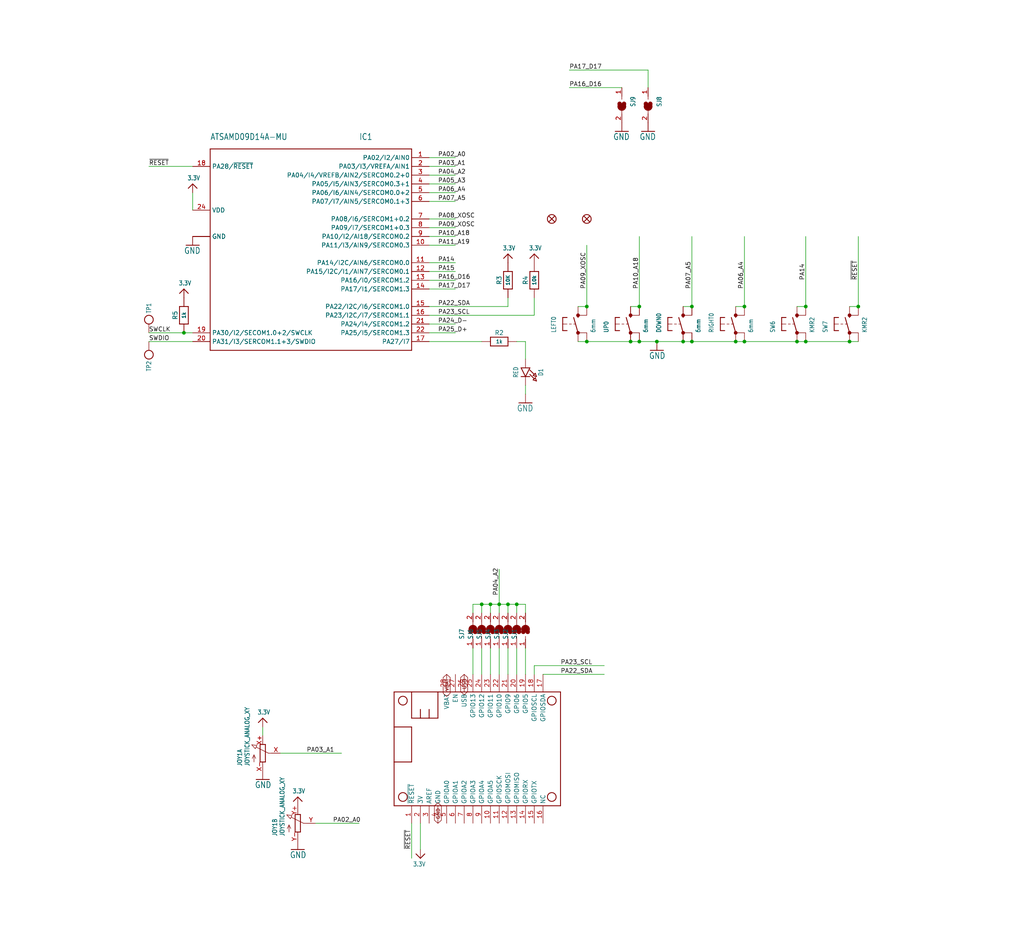
<source format=kicad_sch>
(kicad_sch (version 20230121) (generator eeschema)
  (paper "User" 297.002 271.45)
  (lib_symbols
    (symbol "working-eagle-import:3.3V" (power)
      (property "Value" "3.3V" (at -1.524 1.016 0))
      (symbol "3.3V_1_0"
        (polyline (pts (xy -1.27 -1.27) (xy 0 0)) (stroke (width 0.254)))
        (polyline (pts (xy 0 0) (xy 1.27 -1.27)) (stroke (width 0.254)))
        (pin power_in line (at 0 -2.54 90) (length 2.54) (name "3.3V") (number "1"))
      )
    )
    (symbol "working-eagle-import:ATSAMD09D14A-MU"
      (property "Reference" "IC" (at 12.7 33.02 0))
      (symbol "ATSAMD09D14A-MU_1_0"
        (polyline (pts (xy -30.48 -27.94) (xy -30.48 30.48)) (stroke (width 0.254)))
        (polyline (pts (xy -30.48 30.48) (xy 27.94 30.48)) (stroke (width 0.254)))
        (polyline (pts (xy 27.94 -27.94) (xy -30.48 -27.94)) (stroke (width 0.254)))
        (polyline (pts (xy 27.94 30.48) (xy 27.94 -27.94)) (stroke (width 0.254)))
        (pin bidirectional line (at 33.02 27.94 180) (length 5.08) (name "PA02/I2/AIN0") (number "1"))
        (pin bidirectional line (at 33.02 2.54 180) (length 5.08) (name "PA11/I3/AIN9/SERCOM0.3") (number "10"))
        (pin bidirectional line (at 33.02 -2.54 180) (length 5.08) (name "PA14/I2C/AIN6/SERCOM0.0") (number "11"))
        (pin bidirectional line (at 33.02 -5.08 180) (length 5.08) (name "PA15/I2C/I1/AIN7/SERCOM0.1") (number "12"))
        (pin bidirectional line (at 33.02 -7.62 180) (length 5.08) (name "PA16/I0/SERCOM1.2") (number "13"))
        (pin bidirectional line (at 33.02 -10.16 180) (length 5.08) (name "PA17/I1/SERCOM1.3") (number "14"))
        (pin bidirectional line (at 33.02 -15.24 180) (length 5.08) (name "PA22/I2C/I6/SERCOM1.0") (number "15"))
        (pin bidirectional line (at 33.02 -17.78 180) (length 5.08) (name "PA23/I2C/I7/SERCOM1.1") (number "16"))
        (pin bidirectional line (at 33.02 -25.4 180) (length 5.08) (name "PA27/I7") (number "17"))
        (pin bidirectional line (at -35.56 25.4 0) (length 5.08) (name "PA28/~{RESET}") (number "18"))
        (pin bidirectional line (at -35.56 -22.86 0) (length 5.08) (name "PA30/I2/SECOM1.0+2/SWCLK") (number "19"))
        (pin bidirectional line (at 33.02 25.4 180) (length 5.08) (name "PA03/I3/VREFA/AIN1") (number "2"))
        (pin bidirectional line (at -35.56 -25.4 0) (length 5.08) (name "PA31/I3/SERCOM1.1+3/SWDIO") (number "20"))
        (pin bidirectional line (at 33.02 -20.32 180) (length 5.08) (name "PA24/I4/SERCOM1.2") (number "21"))
        (pin bidirectional line (at 33.02 -22.86 180) (length 5.08) (name "PA25/I5/SERCOM1.3") (number "22"))
        (pin power_in line (at -35.56 5.08 0) (length 5.08) (name "GND") (number "23"))
        (pin power_in line (at -35.56 12.7 0) (length 5.08) (name "VDD") (number "24"))
        (pin bidirectional line (at 33.02 22.86 180) (length 5.08) (name "PA04/I4/VREFB/AIN2/SERCOM0.2+0") (number "3"))
        (pin bidirectional line (at 33.02 20.32 180) (length 5.08) (name "PA05/I5/AIN3/SERCOM0.3+1") (number "4"))
        (pin bidirectional line (at 33.02 17.78 180) (length 5.08) (name "PA06/I6/AIN4/SERCOM0.0+2") (number "5"))
        (pin bidirectional line (at 33.02 15.24 180) (length 5.08) (name "PA07/I7/AIN5/SERCOM0.1+3") (number "6"))
        (pin bidirectional line (at 33.02 10.16 180) (length 5.08) (name "PA08/I6/SERCOM1+0.2") (number "7"))
        (pin bidirectional line (at 33.02 7.62 180) (length 5.08) (name "PA09/I7/SERCOM1+0.3") (number "8"))
        (pin bidirectional line (at 33.02 5.08 180) (length 5.08) (name "PA10/I2/AI18/SERCOM0.2") (number "9"))
        (pin power_in line (at -35.56 5.08 0) (length 5.08) (name "GND") (number "THERM"))
      )
    )
    (symbol "working-eagle-import:FEATHERWING"
      (symbol "FEATHERWING_1_0"
        (polyline (pts (xy 0 0) (xy 48.26 0)) (stroke (width 0.254)))
        (polyline (pts (xy 0 12.7) (xy 0 0)) (stroke (width 0.254)))
        (polyline (pts (xy 0 22.86) (xy 0 12.7)) (stroke (width 0.254)))
        (polyline (pts (xy 0 22.86) (xy 5.08 22.86)) (stroke (width 0.254)))
        (polyline (pts (xy 0 33.02) (xy 0 22.86)) (stroke (width 0.254)))
        (polyline (pts (xy 5.08 12.7) (xy 0 12.7)) (stroke (width 0.254)))
        (polyline (pts (xy 5.08 22.86) (xy 5.08 12.7)) (stroke (width 0.254)))
        (polyline (pts (xy 5.08 25.4) (xy 7.62 25.4)) (stroke (width 0.254)))
        (polyline (pts (xy 5.08 33.02) (xy 0 33.02)) (stroke (width 0.254)))
        (polyline (pts (xy 5.08 33.02) (xy 5.08 25.4)) (stroke (width 0.254)))
        (polyline (pts (xy 7.62 25.4) (xy 10.16 25.4)) (stroke (width 0.254)))
        (polyline (pts (xy 7.62 27.94) (xy 7.62 25.4)) (stroke (width 0.254)))
        (polyline (pts (xy 10.16 25.4) (xy 12.7 25.4)) (stroke (width 0.254)))
        (polyline (pts (xy 10.16 27.94) (xy 10.16 25.4)) (stroke (width 0.254)))
        (polyline (pts (xy 12.7 25.4) (xy 12.7 33.02)) (stroke (width 0.254)))
        (polyline (pts (xy 12.7 33.02) (xy 5.08 33.02)) (stroke (width 0.254)))
        (polyline (pts (xy 48.26 0) (xy 48.26 33.02)) (stroke (width 0.254)))
        (polyline (pts (xy 48.26 33.02) (xy 12.7 33.02)) (stroke (width 0.254)))
        (circle (center 2.54 2.54) (radius 1.27) (stroke (width 0.254)))
        (circle (center 2.54 30.48) (radius 1.27) (stroke (width 0.254)))
        (circle (center 45.72 2.54) (radius 1.27) (stroke (width 0.254)))
        (circle (center 45.72 30.48) (radius 1.27) (stroke (width 0.254)))
        (pin input line (at 5.08 -5.08 90) (length 5.08) (name "~{RESET}") (number "1"))
        (pin bidirectional line (at 27.94 -5.08 90) (length 5.08) (name "GPIOA5") (number "10"))
        (pin bidirectional line (at 30.48 -5.08 90) (length 5.08) (name "GPIOSCK") (number "11"))
        (pin bidirectional line (at 33.02 -5.08 90) (length 5.08) (name "GPIOMOSI") (number "12"))
        (pin bidirectional line (at 35.56 -5.08 90) (length 5.08) (name "GPIOMISO") (number "13"))
        (pin bidirectional line (at 38.1 -5.08 90) (length 5.08) (name "GPIORX") (number "14"))
        (pin bidirectional line (at 40.64 -5.08 90) (length 5.08) (name "GPIOTX") (number "15"))
        (pin passive line (at 43.18 -5.08 90) (length 5.08) (name "NC") (number "16"))
        (pin bidirectional line (at 43.18 38.1 270) (length 5.08) (name "GPIOSDA") (number "17"))
        (pin bidirectional line (at 40.64 38.1 270) (length 5.08) (name "GPIOSCL") (number "18"))
        (pin bidirectional line (at 38.1 38.1 270) (length 5.08) (name "GPIO5") (number "19"))
        (pin power_in line (at 7.62 -5.08 90) (length 5.08) (name "3V") (number "2"))
        (pin bidirectional line (at 35.56 38.1 270) (length 5.08) (name "GPIO6") (number "20"))
        (pin bidirectional line (at 33.02 38.1 270) (length 5.08) (name "GPIO9") (number "21"))
        (pin bidirectional line (at 30.48 38.1 270) (length 5.08) (name "GPIO10") (number "22"))
        (pin bidirectional line (at 27.94 38.1 270) (length 5.08) (name "GPIO11") (number "23"))
        (pin bidirectional line (at 25.4 38.1 270) (length 5.08) (name "GPIO12") (number "24"))
        (pin bidirectional line (at 22.86 38.1 270) (length 5.08) (name "GPIO13") (number "25"))
        (pin power_in line (at 20.32 38.1 270) (length 5.08) (name "USB") (number "26"))
        (pin passive line (at 17.78 38.1 270) (length 5.08) (name "EN") (number "27"))
        (pin power_in line (at 15.24 38.1 270) (length 5.08) (name "VBAT") (number "28"))
        (pin passive line (at 10.16 -5.08 90) (length 5.08) (name "AREF") (number "3"))
        (pin power_in line (at 12.7 -5.08 90) (length 5.08) (name "GND") (number "4"))
        (pin bidirectional line (at 15.24 -5.08 90) (length 5.08) (name "GPIOA0") (number "5"))
        (pin bidirectional line (at 17.78 -5.08 90) (length 5.08) (name "GPIOA1") (number "6"))
        (pin bidirectional line (at 20.32 -5.08 90) (length 5.08) (name "GPIOA2") (number "7"))
        (pin bidirectional line (at 22.86 -5.08 90) (length 5.08) (name "GPIOA3") (number "8"))
        (pin bidirectional line (at 25.4 -5.08 90) (length 5.08) (name "GPIOA4") (number "9"))
      )
    )
    (symbol "working-eagle-import:FIDUCIAL_1MM"
      (symbol "FIDUCIAL_1MM_1_0"
        (polyline (pts (xy -0.762 0.762) (xy 0.762 -0.762)) (stroke (width 0.254)))
        (polyline (pts (xy 0.762 0.762) (xy -0.762 -0.762)) (stroke (width 0.254)))
        (circle (center 0 0) (radius 1.27) (stroke (width 0.254)))
      )
    )
    (symbol "working-eagle-import:GND" (power)
      (property "Value" "GND" (at -2.54 -2.54 0))
      (symbol "GND_1_0"
        (polyline (pts (xy -1.905 0) (xy 1.905 0)) (stroke (width 0.254)))
        (pin power_in line (at 0 2.54 270) (length 2.54) (name "GND") (number "1"))
      )
    )
    (symbol "working-eagle-import:JOYSTICK_ANALOG_XY"
      (property "Reference" "JOY" (at -5.969 -3.81 90))
      (symbol "JOYSTICK_ANALOG_XY_1_0"
        (polyline (pts (xy -3.1989 2.4495) (xy -1.7018 2.2352)) (stroke (width 0.1524)))
        (polyline (pts (xy -2.54 -2.54) (xy -2.54 -0.508)) (stroke (width 0.1524)))
        (polyline (pts (xy -2.54 -0.508) (xy -3.048 -1.524)) (stroke (width 0.1524)))
        (polyline (pts (xy -2.54 -0.508) (xy -2.032 -1.524)) (stroke (width 0.1524)))
        (polyline (pts (xy -2.1597 1.2939) (xy -3.1989 2.4495)) (stroke (width 0.1524)))
        (polyline (pts (xy -2.1597 1.2939) (xy -1.7018 2.2352)) (stroke (width 0.1524)))
        (polyline (pts (xy -0.762 -2.54) (xy 0.762 -2.54)) (stroke (width 0.254)))
        (polyline (pts (xy -0.762 2.54) (xy -0.762 -2.54)) (stroke (width 0.254)))
        (polyline (pts (xy 0.762 -2.54) (xy 0.762 2.54)) (stroke (width 0.254)))
        (polyline (pts (xy 0.762 2.54) (xy -0.762 2.54)) (stroke (width 0.254)))
        (polyline (pts (xy 1.651 0) (xy -1.8796 1.7526)) (stroke (width 0.1524)))
        (polyline (pts (xy 2.54 0) (xy 1.651 0)) (stroke (width 0.1524)))
        (pin passive line (at 5.08 0 180) (length 2.54) (name "S") (number "X"))
        (pin passive line (at 0 5.08 270) (length 2.54) (name "E") (number "X+"))
        (pin passive line (at 0 -5.08 90) (length 2.54) (name "A") (number "X-"))
      )
      (symbol "JOYSTICK_ANALOG_XY_2_0"
        (polyline (pts (xy -3.1989 2.4495) (xy -1.7018 2.2352)) (stroke (width 0.1524)))
        (polyline (pts (xy -2.54 -2.54) (xy -2.54 -0.508)) (stroke (width 0.1524)))
        (polyline (pts (xy -2.54 -0.508) (xy -3.048 -1.524)) (stroke (width 0.1524)))
        (polyline (pts (xy -2.54 -0.508) (xy -2.032 -1.524)) (stroke (width 0.1524)))
        (polyline (pts (xy -2.1597 1.2939) (xy -3.1989 2.4495)) (stroke (width 0.1524)))
        (polyline (pts (xy -2.1597 1.2939) (xy -1.7018 2.2352)) (stroke (width 0.1524)))
        (polyline (pts (xy -0.762 -2.54) (xy 0.762 -2.54)) (stroke (width 0.254)))
        (polyline (pts (xy -0.762 2.54) (xy -0.762 -2.54)) (stroke (width 0.254)))
        (polyline (pts (xy 0.762 -2.54) (xy 0.762 2.54)) (stroke (width 0.254)))
        (polyline (pts (xy 0.762 2.54) (xy -0.762 2.54)) (stroke (width 0.254)))
        (polyline (pts (xy 1.651 0) (xy -1.8796 1.7526)) (stroke (width 0.1524)))
        (polyline (pts (xy 2.54 0) (xy 1.651 0)) (stroke (width 0.1524)))
        (pin passive line (at 5.08 0 180) (length 2.54) (name "S") (number "Y"))
        (pin passive line (at 0 5.08 270) (length 2.54) (name "E") (number "Y+"))
        (pin passive line (at 0 -5.08 90) (length 2.54) (name "A") (number "Y-"))
      )
    )
    (symbol "working-eagle-import:LED0805_NOOUTLINE"
      (property "Reference" "D" (at -1.27 4.445 0))
      (symbol "LED0805_NOOUTLINE_1_0"
        (polyline (pts (xy -2.54 -1.27) (xy 0 0)) (stroke (width 0.254)))
        (polyline (pts (xy -2.54 1.27) (xy -2.54 -1.27)) (stroke (width 0.254)))
        (polyline (pts (xy -1.905 1.27) (xy -0.635 2.54)) (stroke (width 0.254)))
        (polyline (pts (xy -0.9525 2.8575) (xy -0.3175 2.2225)) (stroke (width 0.254)))
        (polyline (pts (xy -0.635 1.27) (xy 0.635 2.54)) (stroke (width 0.254)))
        (polyline (pts (xy -0.3175 2.2225) (xy 0 3.175)) (stroke (width 0.254)))
        (polyline (pts (xy 0 0) (xy -2.54 1.27)) (stroke (width 0.254)))
        (polyline (pts (xy 0 0) (xy 0 -1.27)) (stroke (width 0.254)))
        (polyline (pts (xy 0 1.27) (xy 0 0)) (stroke (width 0.254)))
        (polyline (pts (xy 0 3.175) (xy -0.9525 2.8575)) (stroke (width 0.254)))
        (polyline (pts (xy 0.3175 2.8575) (xy 0.9525 2.2225)) (stroke (width 0.254)))
        (polyline (pts (xy 0.9525 2.2225) (xy 1.27 3.175)) (stroke (width 0.254)))
        (polyline (pts (xy 1.27 3.175) (xy 0.3175 2.8575)) (stroke (width 0.254)))
        (pin passive line (at -5.08 0 0) (length 2.54) (name "A") (number "A"))
        (pin passive line (at 2.54 0 180) (length 2.54) (name "C") (number "C"))
      )
    )
    (symbol "working-eagle-import:RESISTOR_0603_NOOUT"
      (property "Reference" "R" (at 0 2.54 0))
      (symbol "RESISTOR_0603_NOOUT_1_0"
        (polyline (pts (xy -2.54 -1.27) (xy -2.54 1.27)) (stroke (width 0.254)))
        (polyline (pts (xy -2.54 1.27) (xy 2.54 1.27)) (stroke (width 0.254)))
        (polyline (pts (xy 2.54 -1.27) (xy -2.54 -1.27)) (stroke (width 0.254)))
        (polyline (pts (xy 2.54 1.27) (xy 2.54 -1.27)) (stroke (width 0.254)))
        (pin passive line (at -5.08 0 0) (length 2.54) (name "1") (number "1"))
        (pin passive line (at 5.08 0 180) (length 2.54) (name "2") (number "2"))
      )
    )
    (symbol "working-eagle-import:SOLDERJUMPER"
      (property "Reference" "SJ" (at -2.54 2.54 0))
      (symbol "SOLDERJUMPER_1_0"
        (arc (start -0.381 -0.635) (mid 0.2541 -0.0001) (end -0.3808 0.635) (stroke (width 1.27)))
        (polyline (pts (xy -2.54 0) (xy -1.651 0)) (stroke (width 0.1524)))
        (polyline (pts (xy 2.54 0) (xy 1.651 0)) (stroke (width 0.1524)))
        (arc (start 0.3808 -0.635) (mid 1.0132 -0.0001) (end 0.381 0.635) (stroke (width 1.27)))
        (pin passive line (at -5.08 0 0) (length 2.54) (name "1") (number "1"))
        (pin passive line (at 5.08 0 180) (length 2.54) (name "2") (number "2"))
      )
    )
    (symbol "working-eagle-import:SWITCH_TACT_SMT4.6X2.8"
      (property "Reference" "SW" (at -2.54 6.35 0))
      (symbol "SWITCH_TACT_SMT4.6X2.8_1_0"
        (circle (center -2.54 0) (radius 0.127) (stroke (width 0.4064)))
        (polyline (pts (xy -2.54 -2.54) (xy -2.54 0)) (stroke (width 0.1524)))
        (polyline (pts (xy -2.54 0) (xy 1.905 1.27)) (stroke (width 0.254)))
        (polyline (pts (xy -1.905 4.445) (xy -1.905 3.175)) (stroke (width 0.254)))
        (polyline (pts (xy 0 1.27) (xy 0 0.635)) (stroke (width 0.1524)))
        (polyline (pts (xy 0 2.54) (xy 0 1.905)) (stroke (width 0.1524)))
        (polyline (pts (xy 0 4.445) (xy -1.905 4.445)) (stroke (width 0.254)))
        (polyline (pts (xy 0 4.445) (xy 0 3.175)) (stroke (width 0.1524)))
        (polyline (pts (xy 1.905 0) (xy 2.54 0)) (stroke (width 0.254)))
        (polyline (pts (xy 1.905 4.445) (xy 0 4.445)) (stroke (width 0.254)))
        (polyline (pts (xy 1.905 4.445) (xy 1.905 3.175)) (stroke (width 0.254)))
        (polyline (pts (xy 2.54 -2.54) (xy 2.54 0)) (stroke (width 0.1524)))
        (circle (center 2.54 0) (radius 0.127) (stroke (width 0.4064)))
        (pin passive line (at -5.08 0 0) (length 2.54) (name "P") (number "A"))
        (pin passive line (at -5.08 -2.54 0) (length 2.54) (name "P1") (number "A'"))
        (pin passive line (at 5.08 0 180) (length 2.54) (name "S") (number "B"))
        (pin passive line (at 5.08 -2.54 180) (length 2.54) (name "S1") (number "B'"))
      )
    )
    (symbol "working-eagle-import:SWITCH_TACT_SMT_EVQQ2_SMALL"
      (property "Reference" "SW" (at -2.54 6.35 0))
      (symbol "SWITCH_TACT_SMT_EVQQ2_SMALL_1_0"
        (circle (center -2.54 0) (radius 0.127) (stroke (width 0.4064)))
        (polyline (pts (xy -2.54 -2.54) (xy -2.54 0)) (stroke (width 0.1524)))
        (polyline (pts (xy -2.54 0) (xy 1.905 1.27)) (stroke (width 0.254)))
        (polyline (pts (xy -1.905 4.445) (xy -1.905 3.175)) (stroke (width 0.254)))
        (polyline (pts (xy 0 1.27) (xy 0 0.635)) (stroke (width 0.1524)))
        (polyline (pts (xy 0 2.54) (xy 0 1.905)) (stroke (width 0.1524)))
        (polyline (pts (xy 0 4.445) (xy -1.905 4.445)) (stroke (width 0.254)))
        (polyline (pts (xy 0 4.445) (xy 0 3.175)) (stroke (width 0.1524)))
        (polyline (pts (xy 1.905 0) (xy 2.54 0)) (stroke (width 0.254)))
        (polyline (pts (xy 1.905 4.445) (xy 0 4.445)) (stroke (width 0.254)))
        (polyline (pts (xy 1.905 4.445) (xy 1.905 3.175)) (stroke (width 0.254)))
        (polyline (pts (xy 2.54 -2.54) (xy 2.54 0)) (stroke (width 0.1524)))
        (circle (center 2.54 0) (radius 0.127) (stroke (width 0.4064)))
        (pin passive line (at -5.08 0 0) (length 2.54) (name "P") (number "A"))
        (pin passive line (at -5.08 -2.54 0) (length 2.54) (name "P1") (number "A'"))
        (pin passive line (at 5.08 0 180) (length 2.54) (name "S") (number "B"))
        (pin passive line (at 5.08 -2.54 180) (length 2.54) (name "S1") (number "B'"))
      )
    )
    (symbol "working-eagle-import:TESTPOINTROUND2MM"
      (property "Reference" "TP" (at 0 5.588 90))
      (symbol "TESTPOINTROUND2MM_1_0"
        (circle (center 0 3.81) (radius 1.27) (stroke (width 0.254)))
        (pin bidirectional line (at 0 0 90) (length 2.54) (name "P$1") (number "P$1"))
      )
    )
  )
  (junction (at 198.12 99.06))
  (junction (at 215.9 88.9))
  (junction (at 248.92 88.9))
  (junction (at 170.18 88.9))
  (junction (at 190.5 99.06))
  (junction (at 142.24 175.26))
  (junction (at 144.78 175.26))
  (junction (at 139.7 175.26))
  (junction (at 170.18 99.06))
  (junction (at 149.86 175.26))
  (junction (at 213.36 99.06))
  (junction (at 185.42 99.06))
  (junction (at 185.42 88.9))
  (junction (at 147.32 175.26))
  (junction (at 231.14 99.06))
  (junction (at 182.88 99.06))
  (junction (at 233.68 99.06))
  (junction (at 200.66 88.9))
  (junction (at 246.38 99.06))
  (junction (at 200.66 99.06))
  (junction (at 53.34 96.52))
  (junction (at 233.68 88.9))
  (junction (at 215.9 99.06))
  (wire (pts (xy 124.46 68.58) (xy 132.08 68.58)) (stroke (width 0.1524)))
  (wire (pts (xy 137.16 175.26) (xy 137.16 177.8)) (stroke (width 0.1524)))
  (wire (pts (xy 170.18 88.9) (xy 167.64 88.9)) (stroke (width 0.1524)))
  (wire (pts (xy 55.88 55.88) (xy 55.88 60.96)) (stroke (width 0.1524)))
  (wire (pts (xy 154.94 195.58) (xy 154.94 193.04)) (stroke (width 0.1524)))
  (wire (pts (xy 233.68 88.9) (xy 233.68 68.58)) (stroke (width 0.1524)))
  (wire (pts (xy 139.7 177.8) (xy 139.7 175.26)) (stroke (width 0.1524)))
  (wire (pts (xy 81.28 218.44) (xy 99.06 218.44)) (stroke (width 0.1524)))
  (wire (pts (xy 147.32 187.96) (xy 147.32 195.58)) (stroke (width 0.1524)))
  (wire (pts (xy 124.46 76.2) (xy 132.08 76.2)) (stroke (width 0.1524)))
  (wire (pts (xy 147.32 175.26) (xy 144.78 175.26)) (stroke (width 0.1524)))
  (wire (pts (xy 124.46 45.72) (xy 132.08 45.72)) (stroke (width 0.1524)))
  (wire (pts (xy 142.24 175.26) (xy 142.24 177.8)) (stroke (width 0.1524)))
  (wire (pts (xy 233.68 99.06) (xy 231.14 99.06)) (stroke (width 0.1524)))
  (wire (pts (xy 53.34 96.52) (xy 55.88 96.52)) (stroke (width 0.1524)))
  (wire (pts (xy 137.16 187.96) (xy 137.16 195.58)) (stroke (width 0.1524)))
  (wire (pts (xy 55.88 99.06) (xy 43.18 99.06)) (stroke (width 0.1524)))
  (wire (pts (xy 144.78 175.26) (xy 142.24 175.26)) (stroke (width 0.1524)))
  (wire (pts (xy 165.1 20.32) (xy 187.96 20.32)) (stroke (width 0.1524)))
  (wire (pts (xy 152.4 175.26) (xy 149.86 175.26)) (stroke (width 0.1524)))
  (wire (pts (xy 157.48 195.58) (xy 175.26 195.58)) (stroke (width 0.1524)))
  (wire (pts (xy 132.08 48.26) (xy 124.46 48.26)) (stroke (width 0.1524)))
  (wire (pts (xy 91.44 238.76) (xy 104.14 238.76)) (stroke (width 0.1524)))
  (wire (pts (xy 147.32 86.36) (xy 147.32 88.9)) (stroke (width 0.1524)))
  (wire (pts (xy 144.78 187.96) (xy 144.78 195.58)) (stroke (width 0.1524)))
  (wire (pts (xy 43.18 96.52) (xy 53.34 96.52)) (stroke (width 0.1524)))
  (wire (pts (xy 154.94 91.44) (xy 154.94 86.36)) (stroke (width 0.1524)))
  (wire (pts (xy 200.66 88.9) (xy 200.66 68.58)) (stroke (width 0.1524)))
  (wire (pts (xy 248.92 99.06) (xy 246.38 99.06)) (stroke (width 0.1524)))
  (wire (pts (xy 142.24 175.26) (xy 139.7 175.26)) (stroke (width 0.1524)))
  (wire (pts (xy 119.38 238.76) (xy 119.38 248.92)) (stroke (width 0.1524)))
  (wire (pts (xy 200.66 99.06) (xy 213.36 99.06)) (stroke (width 0.1524)))
  (wire (pts (xy 248.92 88.9) (xy 246.38 88.9)) (stroke (width 0.1524)))
  (wire (pts (xy 55.88 48.26) (xy 43.18 48.26)) (stroke (width 0.1524)))
  (wire (pts (xy 149.86 175.26) (xy 147.32 175.26)) (stroke (width 0.1524)))
  (wire (pts (xy 142.24 187.96) (xy 142.24 195.58)) (stroke (width 0.1524)))
  (wire (pts (xy 182.88 99.06) (xy 185.42 99.06)) (stroke (width 0.1524)))
  (wire (pts (xy 139.7 175.26) (xy 137.16 175.26)) (stroke (width 0.1524)))
  (wire (pts (xy 147.32 175.26) (xy 147.32 177.8)) (stroke (width 0.1524)))
  (wire (pts (xy 132.08 96.52) (xy 124.46 96.52)) (stroke (width 0.1524)))
  (wire (pts (xy 152.4 177.8) (xy 152.4 175.26)) (stroke (width 0.1524)))
  (wire (pts (xy 121.92 246.38) (xy 121.92 238.76)) (stroke (width 0.1524)))
  (wire (pts (xy 139.7 99.06) (xy 124.46 99.06)) (stroke (width 0.1524)))
  (wire (pts (xy 246.38 99.06) (xy 233.68 99.06)) (stroke (width 0.1524)))
  (wire (pts (xy 124.46 50.8) (xy 132.08 50.8)) (stroke (width 0.1524)))
  (wire (pts (xy 170.18 99.06) (xy 182.88 99.06)) (stroke (width 0.1524)))
  (wire (pts (xy 149.86 187.96) (xy 149.86 195.58)) (stroke (width 0.1524)))
  (wire (pts (xy 124.46 63.5) (xy 132.08 63.5)) (stroke (width 0.1524)))
  (wire (pts (xy 144.78 177.8) (xy 144.78 175.26)) (stroke (width 0.1524)))
  (wire (pts (xy 213.36 99.06) (xy 215.9 99.06)) (stroke (width 0.1524)))
  (wire (pts (xy 132.08 58.42) (xy 124.46 58.42)) (stroke (width 0.1524)))
  (wire (pts (xy 198.12 99.06) (xy 200.66 99.06)) (stroke (width 0.1524)))
  (wire (pts (xy 165.1 25.4) (xy 180.34 25.4)) (stroke (width 0.1524)))
  (wire (pts (xy 132.08 53.34) (xy 124.46 53.34)) (stroke (width 0.1524)))
  (wire (pts (xy 124.46 81.28) (xy 132.08 81.28)) (stroke (width 0.1524)))
  (wire (pts (xy 139.7 187.96) (xy 139.7 195.58)) (stroke (width 0.1524)))
  (wire (pts (xy 152.4 111.76) (xy 152.4 114.3)) (stroke (width 0.1524)))
  (wire (pts (xy 185.42 68.58) (xy 185.42 88.9)) (stroke (width 0.1524)))
  (wire (pts (xy 231.14 88.9) (xy 233.68 88.9)) (stroke (width 0.1524)))
  (wire (pts (xy 132.08 78.74) (xy 124.46 78.74)) (stroke (width 0.1524)))
  (wire (pts (xy 149.86 99.06) (xy 152.4 99.06)) (stroke (width 0.1524)))
  (wire (pts (xy 187.96 20.32) (xy 187.96 25.4)) (stroke (width 0.1524)))
  (wire (pts (xy 124.46 91.44) (xy 154.94 91.44)) (stroke (width 0.1524)))
  (wire (pts (xy 185.42 99.06) (xy 190.5 99.06)) (stroke (width 0.1524)))
  (wire (pts (xy 248.92 88.9) (xy 248.92 68.58)) (stroke (width 0.1524)))
  (wire (pts (xy 190.5 99.06) (xy 198.12 99.06)) (stroke (width 0.1524)))
  (wire (pts (xy 167.64 99.06) (xy 170.18 99.06)) (stroke (width 0.1524)))
  (wire (pts (xy 149.86 177.8) (xy 149.86 175.26)) (stroke (width 0.1524)))
  (wire (pts (xy 215.9 88.9) (xy 213.36 88.9)) (stroke (width 0.1524)))
  (wire (pts (xy 132.08 71.12) (xy 124.46 71.12)) (stroke (width 0.1524)))
  (wire (pts (xy 124.46 88.9) (xy 147.32 88.9)) (stroke (width 0.1524)))
  (wire (pts (xy 144.78 175.26) (xy 144.78 165.1)) (stroke (width 0.1524)))
  (wire (pts (xy 132.08 83.82) (xy 124.46 83.82)) (stroke (width 0.1524)))
  (wire (pts (xy 198.12 88.9) (xy 200.66 88.9)) (stroke (width 0.1524)))
  (wire (pts (xy 124.46 93.98) (xy 132.08 93.98)) (stroke (width 0.1524)))
  (wire (pts (xy 215.9 68.58) (xy 215.9 88.9)) (stroke (width 0.1524)))
  (wire (pts (xy 76.2 210.82) (xy 76.2 213.36)) (stroke (width 0.1524)))
  (wire (pts (xy 170.18 88.9) (xy 170.18 71.12)) (stroke (width 0.1524)))
  (wire (pts (xy 132.08 66.04) (xy 124.46 66.04)) (stroke (width 0.1524)))
  (wire (pts (xy 124.46 55.88) (xy 132.08 55.88)) (stroke (width 0.1524)))
  (wire (pts (xy 182.88 88.9) (xy 185.42 88.9)) (stroke (width 0.1524)))
  (wire (pts (xy 231.14 99.06) (xy 215.9 99.06)) (stroke (width 0.1524)))
  (wire (pts (xy 152.4 99.06) (xy 152.4 104.14)) (stroke (width 0.1524)))
  (wire (pts (xy 152.4 187.96) (xy 152.4 195.58)) (stroke (width 0.1524)))
  (wire (pts (xy 154.94 193.04) (xy 175.26 193.04)) (stroke (width 0.1524)))
  (label "PA07_A5" (at 127 58.42 0) (effects (font (size 1.2446 1.2446))))
  (label "~{RESET}" (at 248.92 81.28 90) (effects (font (size 1.2446 1.2446))))
  (label "PA17_D17" (at 127 83.82 0) (effects (font (size 1.2446 1.2446))))
  (label "PA24_D-" (at 127 93.98 0) (effects (font (size 1.2446 1.2446))))
  (label "~{RESET}" (at 43.18 48.26 0) (effects (font (size 1.2446 1.2446))))
  (label "PA23_SCL" (at 127 91.44 0) (effects (font (size 1.2446 1.2446))))
  (label "PA02_A0" (at 127 45.72 0) (effects (font (size 1.2446 1.2446))))
  (label "SWCLK" (at 43.18 96.52 0) (effects (font (size 1.2446 1.2446))))
  (label "PA17_D17" (at 165.1 20.32 0) (effects (font (size 1.2446 1.2446))))
  (label "PA25_D+" (at 127 96.52 0) (effects (font (size 1.2446 1.2446))))
  (label "PA16_D16" (at 165.1 25.4 0) (effects (font (size 1.2446 1.2446))))
  (label "PA07_A5" (at 200.66 83.82 90) (effects (font (size 1.2446 1.2446))))
  (label "PA16_D16" (at 127 81.28 0) (effects (font (size 1.2446 1.2446))))
  (label "PA02_A0" (at 96.52 238.76 0) (effects (font (size 1.2446 1.2446))))
  (label "~{RESET}" (at 119.38 246.38 90) (effects (font (size 1.2446 1.2446))))
  (label "PA04_A2" (at 127 50.8 0) (effects (font (size 1.2446 1.2446))))
  (label "PA23_SCL" (at 162.56 193.04 0) (effects (font (size 1.2446 1.2446))))
  (label "SWDIO" (at 43.18 99.06 0) (effects (font (size 1.2446 1.2446))))
  (label "PA06_A4" (at 215.9 83.82 90) (effects (font (size 1.2446 1.2446))))
  (label "PA09_XOSC" (at 127 66.04 0) (effects (font (size 1.2446 1.2446))))
  (label "PA10_A18" (at 127 68.58 0) (effects (font (size 1.2446 1.2446))))
  (label "PA08_XOSC" (at 127 63.5 0) (effects (font (size 1.2446 1.2446))))
  (label "PA11_A19" (at 127 71.12 0) (effects (font (size 1.2446 1.2446))))
  (label "PA15" (at 127 78.74 0) (effects (font (size 1.2446 1.2446))))
  (label "PA14" (at 127 76.2 0) (effects (font (size 1.2446 1.2446))))
  (label "PA22_SDA" (at 162.56 195.58 0) (effects (font (size 1.2446 1.2446))))
  (label "PA14" (at 233.68 81.28 90) (effects (font (size 1.2446 1.2446))))
  (label "PA03_A1" (at 88.9 218.44 0) (effects (font (size 1.2446 1.2446))))
  (label "PA22_SDA" (at 127 88.9 0) (effects (font (size 1.2446 1.2446))))
  (label "PA05_A3" (at 127 53.34 0) (effects (font (size 1.2446 1.2446))))
  (label "PA04_A2" (at 144.78 172.72 90) (effects (font (size 1.2446 1.2446))))
  (label "PA03_A1" (at 127 48.26 0) (effects (font (size 1.2446 1.2446))))
  (label "PA10_A18" (at 185.42 83.82 90) (effects (font (size 1.2446 1.2446))))
  (label "PA09_XOSC" (at 170.18 83.82 90) (effects (font (size 1.2446 1.2446))))
  (label "PA06_A4" (at 127 55.88 0) (effects (font (size 1.2446 1.2446))))
  (global_label "GND" (shape bidirectional) (at 127 238.76 90) (effects (font (size 1.016 1.016))) (property "Intersheetrefs" "${INTERSHEET_REFS}" (effects hide)))
  (global_label "USB" (shape bidirectional) (at 134.62 195.58 270) (effects (font (size 1.016 1.016))) (property "Intersheetrefs" "${INTERSHEET_REFS}" (effects hide)))
  (global_label "VBAT" (shape bidirectional) (at 129.54 195.58 270) (effects (font (size 1.016 1.016))) (property "Intersheetrefs" "${INTERSHEET_REFS}" (effects hide)))
  (symbol (lib_id "working-eagle-import:SOLDERJUMPER") (at 152.4 182.88 90) (unit 1)
    (property "Reference" "SJ1" (at 149.86 185.42 0) (effects (font (size 1.27 1.0795)) (justify left bottom)))
    (property "Value" "SOLDERJUMPER" (effects hide))
    (property "Footprint" "working:SOLDERJUMPER_ARROW_NOPASTE" (effects hide))
  )
  (symbol (lib_id "working-eagle-import:SOLDERJUMPER") (at 142.24 182.88 90) (unit 1)
    (property "Reference" "SJ5" (at 139.7 185.42 0) (effects (font (size 1.27 1.0795)) (justify left bottom)))
    (property "Value" "SOLDERJUMPER" (effects hide))
    (property "Footprint" "working:SOLDERJUMPER_ARROW_NOPASTE" (effects hide))
  )
  (symbol (lib_id "working-eagle-import:ATSAMD09D14A-MU") (at 91.44 73.66 0) (unit 1)
    (property "Reference" "IC1" (at 104.14 40.64 0) (effects (font (size 1.778 1.5113)) (justify left bottom)))
    (property "Value" "ATSAMD09D14A-MU" (at 60.96 40.64 0) (effects (font (size 1.778 1.5113)) (justify left bottom)))
    (property "Footprint" "working:QFN24_4MM" (effects hide))
  )
  (symbol (lib_id "working-eagle-import:SWITCH_TACT_SMT_EVQQ2_SMALL") (at 182.88 93.98 90) (unit 1)
    (property "Reference" "UP0" (at 176.53 96.52 0) (effects (font (size 1.27 1.0795)) (justify left bottom)))
    (property "Value" "6mm" (at 187.96 96.52 0) (effects (font (size 1.27 1.0795)) (justify left bottom)))
    (property "Footprint" "working:EVQ-Q2_SMALLER" (effects hide))
  )
  (symbol (lib_id "working-eagle-import:GND") (at 76.2 226.06 0) (mirror y) (unit 1)
    (property "Reference" "#GND1" (effects hide))
    (property "Value" "GND" (at 78.74 228.6 0) (effects (font (size 1.778 1.5113)) (justify left bottom)))
  )
  (symbol (lib_id "working-eagle-import:TESTPOINTROUND2MM") (at 43.18 99.06 180) (unit 1)
    (property "Reference" "TP2" (at 43.18 104.648 90) (effects (font (size 1.27 1.0795)) (justify left)))
    (property "Value" "TESTPOINTROUND2MM" (effects hide))
    (property "Footprint" "working:TESTPOINT_ROUND_2MM" (effects hide))
  )
  (symbol (lib_id "working-eagle-import:3.3V") (at 154.94 73.66 0) (unit 1)
    (property "Reference" "#U$6" (effects hide))
    (property "Value" "3.3V" (at 153.416 72.644 0) (effects (font (size 1.27 1.0795)) (justify left bottom)))
  )
  (symbol (lib_id "working-eagle-import:GND") (at 180.34 38.1 0) (unit 1)
    (property "Reference" "#GND5" (effects hide))
    (property "Value" "GND" (at 177.8 40.64 0) (effects (font (size 1.778 1.5113)) (justify left bottom)))
  )
  (symbol (lib_id "working-eagle-import:RESISTOR_0603_NOOUT") (at 144.78 99.06 0) (unit 1)
    (property "Reference" "R2" (at 144.78 96.52 0))
    (property "Value" "1k" (at 144.78 99.06 0) (effects (font (size 1.016 1.016) bold)))
    (property "Footprint" "working:0603-NO" (effects hide))
  )
  (symbol (lib_id "working-eagle-import:SWITCH_TACT_SMT_EVQQ2_SMALL") (at 198.12 93.98 90) (unit 1)
    (property "Reference" "DOWN0" (at 191.77 96.52 0) (effects (font (size 1.27 1.0795)) (justify left bottom)))
    (property "Value" "6mm" (at 203.2 96.52 0) (effects (font (size 1.27 1.0795)) (justify left bottom)))
    (property "Footprint" "working:EVQ-Q2_SMALLER" (effects hide))
  )
  (symbol (lib_id "working-eagle-import:3.3V") (at 55.88 53.34 0) (unit 1)
    (property "Reference" "#U$5" (effects hide))
    (property "Value" "3.3V" (at 54.356 52.324 0) (effects (font (size 1.27 1.0795)) (justify left bottom)))
  )
  (symbol (lib_id "working-eagle-import:SWITCH_TACT_SMT4.6X2.8") (at 246.38 93.98 90) (unit 1)
    (property "Reference" "SW7" (at 240.03 96.52 0) (effects (font (size 1.27 1.0795)) (justify left bottom)))
    (property "Value" "KMR2" (at 251.46 96.52 0) (effects (font (size 1.27 1.0795)) (justify left bottom)))
    (property "Footprint" "working:BTN_KMR2_4.6X2.8" (effects hide))
  )
  (symbol (lib_id "working-eagle-import:3.3V") (at 76.2 208.28 0) (unit 1)
    (property "Reference" "#U$3" (effects hide))
    (property "Value" "3.3V" (at 74.676 207.264 0) (effects (font (size 1.27 1.0795)) (justify left bottom)))
  )
  (symbol (lib_id "working-eagle-import:RESISTOR_0603_NOOUT") (at 53.34 91.44 90) (unit 1)
    (property "Reference" "R5" (at 50.8 91.44 0))
    (property "Value" "1k" (at 53.34 91.44 0) (effects (font (size 1.016 1.016) bold)))
    (property "Footprint" "working:0603-NO" (effects hide))
  )
  (symbol (lib_id "working-eagle-import:GND") (at 55.88 71.12 0) (unit 1)
    (property "Reference" "#GND3" (effects hide))
    (property "Value" "GND" (at 53.34 73.66 0) (effects (font (size 1.778 1.5113)) (justify left bottom)))
  )
  (symbol (lib_id "working-eagle-import:GND") (at 187.96 38.1 0) (unit 1)
    (property "Reference" "#GND6" (effects hide))
    (property "Value" "GND" (at 185.42 40.64 0) (effects (font (size 1.778 1.5113)) (justify left bottom)))
  )
  (symbol (lib_id "working-eagle-import:FEATHERWING") (at 114.3 233.68 0) (unit 1)
    (property "Reference" "MS1" (effects hide))
    (property "Value" "FEATHERWING" (effects hide))
    (property "Footprint" "working:FEATHERWING" (effects hide))
  )
  (symbol (lib_id "working-eagle-import:FIDUCIAL_1MM") (at 170.18 63.5 0) (unit 1)
    (property "Reference" "FID2" (effects hide))
    (property "Value" "FIDUCIAL_1MM" (effects hide))
    (property "Footprint" "working:FIDUCIAL_1MM" (effects hide))
  )
  (symbol (lib_id "working-eagle-import:FIDUCIAL_1MM") (at 160.02 63.5 0) (unit 1)
    (property "Reference" "FID1" (effects hide))
    (property "Value" "FIDUCIAL_1MM" (effects hide))
    (property "Footprint" "working:FIDUCIAL_1MM" (effects hide))
  )
  (symbol (lib_id "working-eagle-import:SOLDERJUMPER") (at 180.34 30.48 270) (unit 1)
    (property "Reference" "SJ9" (at 182.88 27.94 0) (effects (font (size 1.27 1.0795)) (justify left bottom)))
    (property "Value" "SOLDERJUMPER" (effects hide))
    (property "Footprint" "working:SOLDERJUMPER_ARROW_NOPASTE" (effects hide))
  )
  (symbol (lib_id "working-eagle-import:SOLDERJUMPER") (at 139.7 182.88 90) (unit 1)
    (property "Reference" "SJ6" (at 137.16 185.42 0) (effects (font (size 1.27 1.0795)) (justify left bottom)))
    (property "Value" "SOLDERJUMPER" (effects hide))
    (property "Footprint" "working:SOLDERJUMPER_ARROW_NOPASTE" (effects hide))
  )
  (symbol (lib_id "working-eagle-import:SOLDERJUMPER") (at 137.16 182.88 90) (unit 1)
    (property "Reference" "SJ7" (at 134.62 185.42 0) (effects (font (size 1.27 1.0795)) (justify left bottom)))
    (property "Value" "SOLDERJUMPER" (effects hide))
    (property "Footprint" "working:SOLDERJUMPER_ARROW_NOPASTE" (effects hide))
  )
  (symbol (lib_id "working-eagle-import:SOLDERJUMPER") (at 187.96 30.48 270) (unit 1)
    (property "Reference" "SJ8" (at 190.5 27.94 0) (effects (font (size 1.27 1.0795)) (justify left bottom)))
    (property "Value" "SOLDERJUMPER" (effects hide))
    (property "Footprint" "working:SOLDERJUMPER_ARROW_NOPASTE" (effects hide))
  )
  (symbol (lib_id "working-eagle-import:RESISTOR_0603_NOOUT") (at 147.32 81.28 90) (unit 1)
    (property "Reference" "R3" (at 144.78 81.28 0))
    (property "Value" "10K" (at 147.32 81.28 0) (effects (font (size 1.016 1.016) bold)))
    (property "Footprint" "working:0603-NO" (effects hide))
  )
  (symbol (lib_id "working-eagle-import:GND") (at 190.5 101.6 0) (mirror y) (unit 1)
    (property "Reference" "#GND2" (effects hide))
    (property "Value" "GND" (at 193.04 104.14 0) (effects (font (size 1.778 1.5113)) (justify left bottom)))
  )
  (symbol (lib_id "working-eagle-import:3.3V") (at 53.34 83.82 0) (unit 1)
    (property "Reference" "#U$8" (effects hide))
    (property "Value" "3.3V" (at 51.816 82.804 0) (effects (font (size 1.27 1.0795)) (justify left bottom)))
  )
  (symbol (lib_id "working-eagle-import:JOYSTICK_ANALOG_XY") (at 76.2 218.44 0) (unit 1)
    (property "Reference" "JOY1" (at 70.231 222.25 90) (effects (font (size 1.27 1.0795)) (justify left bottom)))
    (property "Value" "JOYSTICK_ANALOG_XY" (at 72.39 222.25 90) (effects (font (size 1.27 1.0795)) (justify left bottom)))
    (property "Footprint" "working:JOYSTICK_ANALOG_MINITHM" (effects hide))
  )
  (symbol (lib_id "working-eagle-import:LED0805_NOOUTLINE") (at 152.4 109.22 270) (unit 1)
    (property "Reference" "D1" (at 156.845 107.95 0) (effects (font (size 1.27 1.0795))))
    (property "Value" "RED" (at 149.606 107.95 0) (effects (font (size 1.27 1.0795))))
    (property "Footprint" "working:CHIPLED_0805_NOOUTLINE" (effects hide))
  )
  (symbol (lib_id "working-eagle-import:SWITCH_TACT_SMT4.6X2.8") (at 231.14 93.98 90) (unit 1)
    (property "Reference" "SW6" (at 224.79 96.52 0) (effects (font (size 1.27 1.0795)) (justify left bottom)))
    (property "Value" "KMR2" (at 236.22 96.52 0) (effects (font (size 1.27 1.0795)) (justify left bottom)))
    (property "Footprint" "working:BTN_KMR2_4.6X2.8" (effects hide))
  )
  (symbol (lib_id "working-eagle-import:3.3V") (at 86.36 231.14 0) (unit 1)
    (property "Reference" "#U$2" (effects hide))
    (property "Value" "3.3V" (at 84.836 230.124 0) (effects (font (size 1.27 1.0795)) (justify left bottom)))
  )
  (symbol (lib_id "working-eagle-import:SOLDERJUMPER") (at 147.32 182.88 90) (unit 1)
    (property "Reference" "SJ3" (at 144.78 185.42 0) (effects (font (size 1.27 1.0795)) (justify left bottom)))
    (property "Value" "SOLDERJUMPER" (effects hide))
    (property "Footprint" "working:SOLDERJUMPER_ARROW_NOPASTE" (effects hide))
  )
  (symbol (lib_id "working-eagle-import:SWITCH_TACT_SMT_EVQQ2_SMALL") (at 213.36 93.98 90) (unit 1)
    (property "Reference" "RIGHT0" (at 207.01 96.52 0) (effects (font (size 1.27 1.0795)) (justify left bottom)))
    (property "Value" "6mm" (at 218.44 96.52 0) (effects (font (size 1.27 1.0795)) (justify left bottom)))
    (property "Footprint" "working:EVQ-Q2_SMALLER" (effects hide))
  )
  (symbol (lib_id "working-eagle-import:GND") (at 152.4 116.84 0) (unit 1)
    (property "Reference" "#GND10" (effects hide))
    (property "Value" "GND" (at 149.86 119.38 0) (effects (font (size 1.778 1.5113)) (justify left bottom)))
  )
  (symbol (lib_id "working-eagle-import:JOYSTICK_ANALOG_XY") (at 86.36 238.76 0) (unit 2)
    (property "Reference" "JOY1" (at 80.391 242.57 90) (effects (font (size 1.27 1.0795)) (justify left bottom)))
    (property "Value" "JOYSTICK_ANALOG_XY" (at 82.55 242.57 90) (effects (font (size 1.27 1.0795)) (justify left bottom)))
    (property "Footprint" "working:JOYSTICK_ANALOG_MINITHM" (effects hide))
  )
  (symbol (lib_id "working-eagle-import:SWITCH_TACT_SMT_EVQQ2_SMALL") (at 167.64 93.98 90) (unit 1)
    (property "Reference" "LEFT0" (at 161.29 96.52 0) (effects (font (size 1.27 1.0795)) (justify left bottom)))
    (property "Value" "6mm" (at 172.72 96.52 0) (effects (font (size 1.27 1.0795)) (justify left bottom)))
    (property "Footprint" "working:EVQ-Q2_SMALLER" (effects hide))
  )
  (symbol (lib_id "working-eagle-import:SOLDERJUMPER") (at 144.78 182.88 90) (unit 1)
    (property "Reference" "SJ4" (at 142.24 185.42 0) (effects (font (size 1.27 1.0795)) (justify left bottom)))
    (property "Value" "SOLDERJUMPER" (effects hide))
    (property "Footprint" "working:SOLDERJUMPER_ARROW_NOPASTE" (effects hide))
  )
  (symbol (lib_id "working-eagle-import:RESISTOR_0603_NOOUT") (at 154.94 81.28 90) (unit 1)
    (property "Reference" "R4" (at 152.4 81.28 0))
    (property "Value" "10k" (at 154.94 81.28 0) (effects (font (size 1.016 1.016) bold)))
    (property "Footprint" "working:0603-NO" (effects hide))
  )
  (symbol (lib_id "working-eagle-import:3.3V") (at 147.32 73.66 0) (unit 1)
    (property "Reference" "#U$4" (effects hide))
    (property "Value" "3.3V" (at 145.796 72.644 0) (effects (font (size 1.27 1.0795)) (justify left bottom)))
  )
  (symbol (lib_id "working-eagle-import:TESTPOINTROUND2MM") (at 43.18 96.52 0) (unit 1)
    (property "Reference" "TP1" (at 43.18 90.932 90) (effects (font (size 1.27 1.0795)) (justify left)))
    (property "Value" "TESTPOINTROUND2MM" (effects hide))
    (property "Footprint" "working:TESTPOINT_ROUND_2MM" (effects hide))
  )
  (symbol (lib_id "working-eagle-import:SOLDERJUMPER") (at 149.86 182.88 90) (unit 1)
    (property "Reference" "SJ2" (at 147.32 185.42 0) (effects (font (size 1.27 1.0795)) (justify left bottom)))
    (property "Value" "SOLDERJUMPER" (effects hide))
    (property "Footprint" "working:SOLDERJUMPER_ARROW_NOPASTE" (effects hide))
  )
  (symbol (lib_id "working-eagle-import:3.3V") (at 121.92 248.92 180) (unit 1)
    (property "Reference" "#U$1" (effects hide))
    (property "Value" "3.3V" (at 123.444 249.936 0) (effects (font (size 1.27 1.0795)) (justify left bottom)))
  )
  (symbol (lib_id "working-eagle-import:GND") (at 86.36 246.38 0) (mirror y) (unit 1)
    (property "Reference" "#GND4" (effects hide))
    (property "Value" "GND" (at 88.9 248.92 0) (effects (font (size 1.778 1.5113)) (justify left bottom)))
  )
)
</source>
